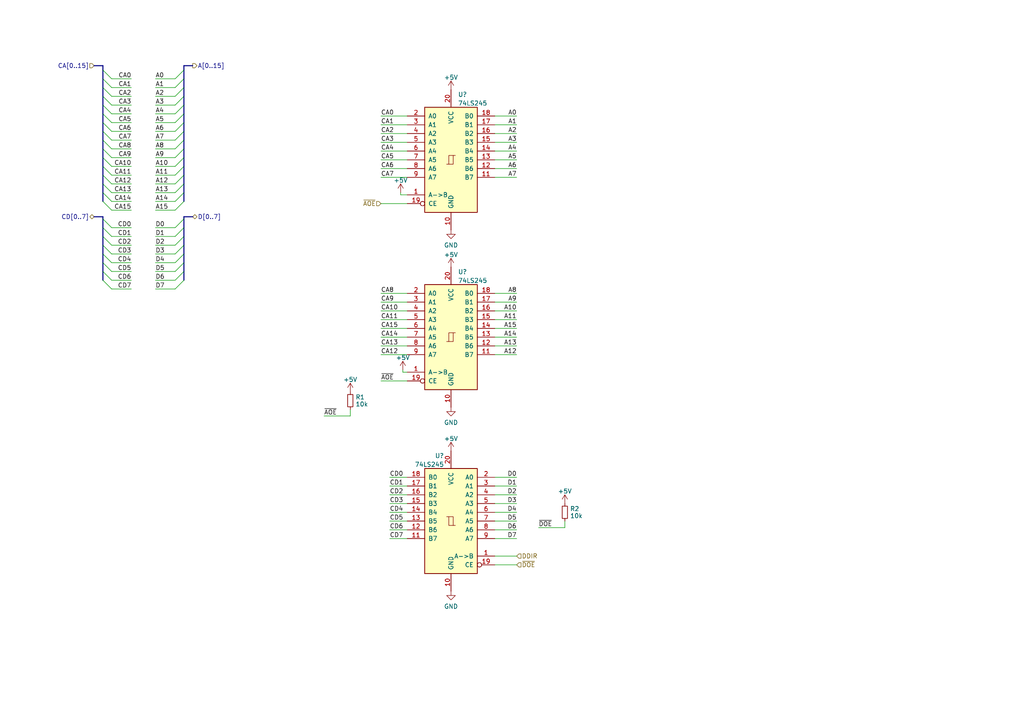
<source format=kicad_sch>
(kicad_sch (version 20230121) (generator eeschema)
  (paper "A4")
  (lib_symbols
    (symbol "74xx:74LS245" (pin_names (offset 1.016))
      (property "Reference" "U" (at -7.62 16.51 0))
      (property "Value" "74LS245" (at -7.62 -16.51 0))
      (symbol "74LS245_1_0"
        (polyline (pts (xy -0.635 -1.27) (xy -0.635 1.27) (xy 0.635 1.27)))
        (polyline (pts (xy -1.27 -1.27) (xy 0.635 -1.27) (xy 0.635 1.27) (xy 1.27 1.27)))
        (pin input line (at -12.7 -10.16 0) (length 5.08) (name "A->B") (number "1"))
        (pin power_in line (at 0 -20.32 90) (length 5.08) (name "GND") (number "10"))
        (pin tri_state line (at 12.7 -5.08 180) (length 5.08) (name "B7") (number "11"))
        (pin tri_state line (at 12.7 -2.54 180) (length 5.08) (name "B6") (number "12"))
        (pin tri_state line (at 12.7 0 180) (length 5.08) (name "B5") (number "13"))
        (pin tri_state line (at 12.7 2.54 180) (length 5.08) (name "B4") (number "14"))
        (pin tri_state line (at 12.7 5.08 180) (length 5.08) (name "B3") (number "15"))
        (pin tri_state line (at 12.7 7.62 180) (length 5.08) (name "B2") (number "16"))
        (pin tri_state line (at 12.7 10.16 180) (length 5.08) (name "B1") (number "17"))
        (pin tri_state line (at 12.7 12.7 180) (length 5.08) (name "B0") (number "18"))
        (pin input inverted (at -12.7 -12.7 0) (length 5.08) (name "CE") (number "19"))
        (pin tri_state line (at -12.7 12.7 0) (length 5.08) (name "A0") (number "2"))
        (pin power_in line (at 0 20.32 270) (length 5.08) (name "VCC") (number "20"))
        (pin tri_state line (at -12.7 10.16 0) (length 5.08) (name "A1") (number "3"))
        (pin tri_state line (at -12.7 7.62 0) (length 5.08) (name "A2") (number "4"))
        (pin tri_state line (at -12.7 5.08 0) (length 5.08) (name "A3") (number "5"))
        (pin tri_state line (at -12.7 2.54 0) (length 5.08) (name "A4") (number "6"))
        (pin tri_state line (at -12.7 0 0) (length 5.08) (name "A5") (number "7"))
        (pin tri_state line (at -12.7 -2.54 0) (length 5.08) (name "A6") (number "8"))
        (pin tri_state line (at -12.7 -5.08 0) (length 5.08) (name "A7") (number "9"))
      )
      (symbol "74LS245_1_1"
        (rectangle (start -7.62 15.24) (end 7.62 -15.24) (stroke (width 0.254)) (fill (type background)))
      )
    )
    (symbol "Device:R_Small" (pin_numbers hide) (pin_names (offset 0.254) hide)
      (property "Reference" "R" (at 0.762 0.508 0))
      (property "Value" "R_Small" (at 0.762 -1.016 0))
      (symbol "R_Small_0_1"
        (rectangle (start -0.762 1.778) (end 0.762 -1.778) (stroke (width 0.2032)))
      )
      (symbol "R_Small_1_1"
        (pin passive line (at 0 2.54 270) (length 0.762) (name "~") (number "1"))
        (pin passive line (at 0 -2.54 90) (length 0.762) (name "~") (number "2"))
      )
    )
    (symbol "power:+5V" (power) (pin_names (offset 0))
      (property "Value" "+5V" (at 0 3.556 0))
      (symbol "+5V_0_1"
        (polyline (pts (xy -0.762 1.27) (xy 0 2.54)))
        (polyline (pts (xy 0 0) (xy 0 2.54)))
        (polyline (pts (xy 0 2.54) (xy 0.762 1.27)))
      )
      (symbol "+5V_1_1"
        (pin power_in line (at 0 0 90) (length 0) hide (name "+5V") (number "1"))
      )
    )
    (symbol "power:GND" (power) (pin_names (offset 0))
      (property "Value" "GND" (at 0 -3.81 0))
      (symbol "GND_0_1"
        (polyline (pts (xy 0 0) (xy 0 -1.27) (xy 1.27 -1.27) (xy 0 -2.54) (xy -1.27 -1.27) (xy 0 -1.27)))
      )
      (symbol "GND_1_1"
        (pin power_in line (at 0 0 270) (length 0) hide (name "GND") (number "1"))
      )
    )
  )
  (bus_entry (at 53.34 22.86) (size -2.54 2.54))
  (bus_entry (at 53.34 53.34) (size -2.54 2.54))
  (bus_entry (at 53.34 25.4) (size -2.54 2.54))
  (bus_entry (at 53.34 43.18) (size -2.54 2.54))
  (bus_entry (at 29.845 53.34) (size 2.54 2.54))
  (bus_entry (at 29.845 22.86) (size 2.54 2.54))
  (bus_entry (at 29.845 45.72) (size 2.54 2.54))
  (bus_entry (at 29.845 27.94) (size 2.54 2.54))
  (bus_entry (at 29.845 76.2) (size 2.54 2.54))
  (bus_entry (at 29.845 30.48) (size 2.54 2.54))
  (bus_entry (at 29.845 58.42) (size 2.54 2.54))
  (bus_entry (at 29.845 71.12) (size 2.54 2.54))
  (bus_entry (at 29.845 73.66) (size 2.54 2.54))
  (bus_entry (at 29.845 55.88) (size 2.54 2.54))
  (bus_entry (at 29.845 78.74) (size 2.54 2.54))
  (bus_entry (at 53.34 40.64) (size -2.54 2.54))
  (bus_entry (at 53.34 55.88) (size -2.54 2.54))
  (bus_entry (at 53.34 63.5) (size -2.54 2.54))
  (bus_entry (at 29.845 63.5) (size 2.54 2.54))
  (bus_entry (at 29.845 50.8) (size 2.54 2.54))
  (bus_entry (at 53.34 30.48) (size -2.54 2.54))
  (bus_entry (at 29.845 48.26) (size 2.54 2.54))
  (bus_entry (at 53.34 38.1) (size -2.54 2.54))
  (bus_entry (at 53.34 45.72) (size -2.54 2.54))
  (bus_entry (at 53.34 33.02) (size -2.54 2.54))
  (bus_entry (at 53.34 58.42) (size -2.54 2.54))
  (bus_entry (at 53.34 35.56) (size -2.54 2.54))
  (bus_entry (at 53.34 20.32) (size -2.54 2.54))
  (bus_entry (at 29.845 81.28) (size 2.54 2.54))
  (bus_entry (at 29.845 66.04) (size 2.54 2.54))
  (bus_entry (at 29.845 68.58) (size 2.54 2.54))
  (bus_entry (at 53.34 66.04) (size -2.54 2.54))
  (bus_entry (at 53.34 50.8) (size -2.54 2.54))
  (bus_entry (at 29.845 38.1) (size 2.54 2.54))
  (bus_entry (at 29.845 43.18) (size 2.54 2.54))
  (bus_entry (at 29.845 25.4) (size 2.54 2.54))
  (bus_entry (at 53.34 27.94) (size -2.54 2.54))
  (bus_entry (at 53.34 71.12) (size -2.54 2.54))
  (bus_entry (at 53.34 48.26) (size -2.54 2.54))
  (bus_entry (at 53.34 78.74) (size -2.54 2.54))
  (bus_entry (at 29.845 35.56) (size 2.54 2.54))
  (bus_entry (at 53.34 81.28) (size -2.54 2.54))
  (bus_entry (at 29.845 20.32) (size 2.54 2.54))
  (bus_entry (at 53.34 76.2) (size -2.54 2.54))
  (bus_entry (at 29.845 40.64) (size 2.54 2.54))
  (bus_entry (at 53.34 68.58) (size -2.54 2.54))
  (bus_entry (at 29.845 33.02) (size 2.54 2.54))
  (bus_entry (at 53.34 73.66) (size -2.54 2.54))
  (wire (pts (xy 45.085 71.12) (xy 50.8 71.12)))
  (wire (pts (xy 143.51 95.25) (xy 149.86 95.25)))
  (wire (pts (xy 110.49 41.275) (xy 118.11 41.275)))
  (bus (pts (xy 29.845 50.8) (xy 29.845 48.26)))
  (bus (pts (xy 53.34 78.74) (xy 53.34 76.2)))
  (bus (pts (xy 29.845 48.26) (xy 29.845 45.72)))
  (wire (pts (xy 118.11 151.13) (xy 113.03 151.13)))
  (wire (pts (xy 110.49 90.17) (xy 118.11 90.17)))
  (bus (pts (xy 53.34 76.2) (xy 53.34 73.66)))
  (wire (pts (xy 45.085 83.82) (xy 50.8 83.82)))
  (wire (pts (xy 45.085 66.04) (xy 50.8 66.04)))
  (bus (pts (xy 53.34 33.02) (xy 53.34 30.48)))
  (wire (pts (xy 45.085 30.48) (xy 50.8 30.48)))
  (bus (pts (xy 53.34 38.1) (xy 53.34 35.56)))
  (wire (pts (xy 45.085 73.66) (xy 50.8 73.66)))
  (wire (pts (xy 143.51 43.815) (xy 149.86 43.815)))
  (bus (pts (xy 29.845 38.1) (xy 29.845 35.56)))
  (wire (pts (xy 110.49 48.895) (xy 118.11 48.895)))
  (wire (pts (xy 38.1 38.1) (xy 32.385 38.1)))
  (bus (pts (xy 53.34 30.48) (xy 53.34 27.94)))
  (wire (pts (xy 45.085 68.58) (xy 50.8 68.58)))
  (wire (pts (xy 93.98 120.65) (xy 101.6 120.65)))
  (wire (pts (xy 110.49 43.815) (xy 118.11 43.815)))
  (wire (pts (xy 45.085 27.94) (xy 50.8 27.94)))
  (wire (pts (xy 110.49 110.49) (xy 118.11 110.49)))
  (wire (pts (xy 38.1 76.2) (xy 32.385 76.2)))
  (wire (pts (xy 38.1 50.8) (xy 32.385 50.8)))
  (bus (pts (xy 53.34 45.72) (xy 53.34 43.18)))
  (wire (pts (xy 143.51 48.895) (xy 149.86 48.895)))
  (bus (pts (xy 29.845 73.66) (xy 29.845 71.12)))
  (wire (pts (xy 38.1 83.82) (xy 32.385 83.82)))
  (wire (pts (xy 38.1 30.48) (xy 32.385 30.48)))
  (wire (pts (xy 38.1 55.88) (xy 32.385 55.88)))
  (wire (pts (xy 38.1 73.66) (xy 32.385 73.66)))
  (wire (pts (xy 45.085 53.34) (xy 50.8 53.34)))
  (bus (pts (xy 53.34 22.86) (xy 53.34 20.32)))
  (bus (pts (xy 53.34 25.4) (xy 53.34 22.86)))
  (wire (pts (xy 110.49 33.655) (xy 118.11 33.655)))
  (wire (pts (xy 149.86 156.21) (xy 143.51 156.21)))
  (bus (pts (xy 53.34 27.94) (xy 53.34 25.4)))
  (wire (pts (xy 149.86 138.43) (xy 143.51 138.43)))
  (wire (pts (xy 45.085 60.96) (xy 50.8 60.96)))
  (bus (pts (xy 29.845 35.56) (xy 29.845 33.02)))
  (wire (pts (xy 38.1 35.56) (xy 32.385 35.56)))
  (wire (pts (xy 116.84 107.315) (xy 116.84 107.95)))
  (wire (pts (xy 45.085 25.4) (xy 50.8 25.4)))
  (bus (pts (xy 29.845 19.05) (xy 27.305 19.05)))
  (bus (pts (xy 53.34 20.32) (xy 53.34 19.05)))
  (wire (pts (xy 45.085 81.28) (xy 50.8 81.28)))
  (bus (pts (xy 29.845 62.865) (xy 27.305 62.865)))
  (wire (pts (xy 116.205 56.515) (xy 118.11 56.515)))
  (wire (pts (xy 118.11 138.43) (xy 113.03 138.43)))
  (bus (pts (xy 53.34 62.865) (xy 55.88 62.865)))
  (wire (pts (xy 110.49 51.435) (xy 118.11 51.435)))
  (bus (pts (xy 53.34 71.12) (xy 53.34 68.58)))
  (bus (pts (xy 29.845 30.48) (xy 29.845 27.94)))
  (wire (pts (xy 110.49 100.33) (xy 118.11 100.33)))
  (wire (pts (xy 45.085 22.86) (xy 50.8 22.86)))
  (bus (pts (xy 29.845 40.64) (xy 29.845 38.1)))
  (wire (pts (xy 143.51 87.63) (xy 149.86 87.63)))
  (wire (pts (xy 110.49 36.195) (xy 118.11 36.195)))
  (wire (pts (xy 38.1 60.96) (xy 32.385 60.96)))
  (wire (pts (xy 110.49 92.71) (xy 118.11 92.71)))
  (wire (pts (xy 45.085 35.56) (xy 50.8 35.56)))
  (wire (pts (xy 38.1 33.02) (xy 32.385 33.02)))
  (bus (pts (xy 53.34 50.8) (xy 53.34 48.26)))
  (wire (pts (xy 143.51 38.735) (xy 149.86 38.735)))
  (wire (pts (xy 38.1 48.26) (xy 32.385 48.26)))
  (wire (pts (xy 45.085 58.42) (xy 50.8 58.42)))
  (wire (pts (xy 143.51 51.435) (xy 149.86 51.435)))
  (bus (pts (xy 29.845 43.18) (xy 29.845 40.64)))
  (bus (pts (xy 29.845 53.34) (xy 29.845 50.8)))
  (bus (pts (xy 29.845 58.42) (xy 29.845 55.88)))
  (wire (pts (xy 116.84 107.95) (xy 118.11 107.95)))
  (wire (pts (xy 143.51 46.355) (xy 149.86 46.355)))
  (wire (pts (xy 45.085 50.8) (xy 50.8 50.8)))
  (wire (pts (xy 118.11 140.97) (xy 113.03 140.97)))
  (wire (pts (xy 38.1 22.86) (xy 32.385 22.86)))
  (wire (pts (xy 110.49 46.355) (xy 118.11 46.355)))
  (bus (pts (xy 53.34 68.58) (xy 53.34 66.04)))
  (bus (pts (xy 29.845 25.4) (xy 29.845 22.86)))
  (wire (pts (xy 143.51 90.17) (xy 149.86 90.17)))
  (bus (pts (xy 53.34 63.5) (xy 53.34 62.865)))
  (wire (pts (xy 118.11 146.05) (xy 113.03 146.05)))
  (bus (pts (xy 53.34 73.66) (xy 53.34 71.12)))
  (bus (pts (xy 29.845 22.86) (xy 29.845 20.32)))
  (bus (pts (xy 29.845 33.02) (xy 29.845 30.48)))
  (wire (pts (xy 143.51 41.275) (xy 149.86 41.275)))
  (bus (pts (xy 29.845 55.88) (xy 29.845 53.34)))
  (bus (pts (xy 29.845 20.32) (xy 29.845 19.05)))
  (bus (pts (xy 53.34 35.56) (xy 53.34 33.02)))
  (bus (pts (xy 29.845 68.58) (xy 29.845 66.04)))
  (wire (pts (xy 38.1 81.28) (xy 32.385 81.28)))
  (wire (pts (xy 38.1 25.4) (xy 32.385 25.4)))
  (wire (pts (xy 38.1 78.74) (xy 32.385 78.74)))
  (wire (pts (xy 38.1 71.12) (xy 32.385 71.12)))
  (wire (pts (xy 38.1 45.72) (xy 32.385 45.72)))
  (bus (pts (xy 53.34 19.05) (xy 55.88 19.05)))
  (bus (pts (xy 29.845 66.04) (xy 29.845 63.5)))
  (wire (pts (xy 45.085 40.64) (xy 50.8 40.64)))
  (wire (pts (xy 143.51 102.87) (xy 149.86 102.87)))
  (wire (pts (xy 45.085 48.26) (xy 50.8 48.26)))
  (wire (pts (xy 38.1 58.42) (xy 32.385 58.42)))
  (bus (pts (xy 53.34 58.42) (xy 53.34 55.88)))
  (wire (pts (xy 101.6 118.745) (xy 101.6 120.65)))
  (bus (pts (xy 29.845 63.5) (xy 29.845 62.865)))
  (wire (pts (xy 149.86 153.67) (xy 143.51 153.67)))
  (wire (pts (xy 149.86 148.59) (xy 143.51 148.59)))
  (wire (pts (xy 45.085 55.88) (xy 50.8 55.88)))
  (wire (pts (xy 38.1 68.58) (xy 32.385 68.58)))
  (bus (pts (xy 29.845 76.2) (xy 29.845 73.66)))
  (bus (pts (xy 53.34 81.28) (xy 53.34 78.74)))
  (wire (pts (xy 163.83 151.13) (xy 163.83 153.035)))
  (wire (pts (xy 45.085 78.74) (xy 50.8 78.74)))
  (bus (pts (xy 53.34 43.18) (xy 53.34 40.64)))
  (wire (pts (xy 45.085 76.2) (xy 50.8 76.2)))
  (bus (pts (xy 53.34 55.88) (xy 53.34 53.34)))
  (bus (pts (xy 29.845 45.72) (xy 29.845 43.18)))
  (wire (pts (xy 38.1 53.34) (xy 32.385 53.34)))
  (wire (pts (xy 38.1 43.18) (xy 32.385 43.18)))
  (wire (pts (xy 116.205 55.88) (xy 116.205 56.515)))
  (bus (pts (xy 29.845 71.12) (xy 29.845 68.58)))
  (wire (pts (xy 149.86 163.83) (xy 143.51 163.83)))
  (wire (pts (xy 110.49 87.63) (xy 118.11 87.63)))
  (bus (pts (xy 29.845 27.94) (xy 29.845 25.4)))
  (wire (pts (xy 143.51 100.33) (xy 149.86 100.33)))
  (wire (pts (xy 143.51 92.71) (xy 149.86 92.71)))
  (wire (pts (xy 45.085 38.1) (xy 50.8 38.1)))
  (wire (pts (xy 156.21 153.035) (xy 163.83 153.035)))
  (wire (pts (xy 118.11 148.59) (xy 113.03 148.59)))
  (wire (pts (xy 143.51 36.195) (xy 149.86 36.195)))
  (bus (pts (xy 53.34 53.34) (xy 53.34 50.8)))
  (wire (pts (xy 149.86 140.97) (xy 143.51 140.97)))
  (wire (pts (xy 110.49 85.09) (xy 118.11 85.09)))
  (wire (pts (xy 118.11 153.67) (xy 113.03 153.67)))
  (bus (pts (xy 53.34 40.64) (xy 53.34 38.1)))
  (wire (pts (xy 110.49 102.87) (xy 118.11 102.87)))
  (wire (pts (xy 110.49 97.79) (xy 118.11 97.79)))
  (wire (pts (xy 110.49 59.055) (xy 118.11 59.055)))
  (bus (pts (xy 29.845 81.28) (xy 29.845 78.74)))
  (wire (pts (xy 118.11 156.21) (xy 113.03 156.21)))
  (wire (pts (xy 143.51 33.655) (xy 149.86 33.655)))
  (wire (pts (xy 110.49 95.25) (xy 118.11 95.25)))
  (wire (pts (xy 143.51 97.79) (xy 149.86 97.79)))
  (wire (pts (xy 38.1 27.94) (xy 32.385 27.94)))
  (wire (pts (xy 45.085 45.72) (xy 50.8 45.72)))
  (wire (pts (xy 149.86 151.13) (xy 143.51 151.13)))
  (bus (pts (xy 29.845 78.74) (xy 29.845 76.2)))
  (wire (pts (xy 118.11 143.51) (xy 113.03 143.51)))
  (wire (pts (xy 45.085 43.18) (xy 50.8 43.18)))
  (wire (pts (xy 143.51 85.09) (xy 149.86 85.09)))
  (wire (pts (xy 149.86 143.51) (xy 143.51 143.51)))
  (wire (pts (xy 38.1 66.04) (xy 32.385 66.04)))
  (wire (pts (xy 149.86 146.05) (xy 143.51 146.05)))
  (bus (pts (xy 53.34 66.04) (xy 53.34 63.5)))
  (wire (pts (xy 38.1 40.64) (xy 32.385 40.64)))
  (bus (pts (xy 53.34 48.26) (xy 53.34 45.72)))
  (wire (pts (xy 45.085 33.02) (xy 50.8 33.02)))
  (wire (pts (xy 149.86 161.29) (xy 143.51 161.29)))
  (wire (pts (xy 110.49 38.735) (xy 118.11 38.735)))
  (label "CA9" (at 110.49 87.63 0))
  (label "CA8" (at 38.1 43.18 180))
  (label "A5" (at 45.085 35.56 0))
  (label "CD2" (at 38.1 71.12 180))
  (label "D2" (at 45.085 71.12 0))
  (label "A14" (at 45.085 58.42 0))
  (label "A11" (at 45.085 50.8 0))
  (label "CD3" (at 113.03 146.05 0))
  (label "CD3" (at 38.1 73.66 180))
  (label "D4" (at 149.86 148.59 180))
  (label "CD6" (at 38.1 81.28 180))
  (label "A14" (at 149.86 97.79 180))
  (label "A2" (at 45.085 27.94 0))
  (label "A7" (at 45.085 40.64 0))
  (label "A15" (at 45.085 60.96 0))
  (label "CA5" (at 110.49 46.355 0))
  (label "D3" (at 45.085 73.66 0))
  (label "CA3" (at 110.49 41.275 0))
  (label "A13" (at 149.86 100.33 180))
  (label "D5" (at 45.085 78.74 0))
  (label "A1" (at 45.085 25.4 0))
  (label "D2" (at 149.86 143.51 180))
  (label "A8" (at 45.085 43.18 0))
  (label "A8" (at 149.86 85.09 180))
  (label "CA2" (at 38.1 27.94 180))
  (label "CD0" (at 38.1 66.04 180))
  (label "D0" (at 149.86 138.43 180))
  (label "CD2" (at 113.03 143.51 0))
  (label "D6" (at 149.86 153.67 180))
  (label "CD6" (at 113.03 153.67 0))
  (label "CA1" (at 38.1 25.4 180))
  (label "A9" (at 149.86 87.63 180))
  (label "A5" (at 149.86 46.355 180))
  (label "CA8" (at 110.49 85.09 0))
  (label "CD7" (at 113.03 156.21 0))
  (label "D1" (at 45.085 68.58 0))
  (label "CA1" (at 110.49 36.195 0))
  (label "D7" (at 149.86 156.21 180))
  (label "CD7" (at 38.1 83.82 180))
  (label "A4" (at 45.085 33.02 0))
  (label "D0" (at 45.085 66.04 0))
  (label "D6" (at 45.085 81.28 0))
  (label "CA6" (at 110.49 48.895 0))
  (label "CA7" (at 110.49 51.435 0))
  (label "A7" (at 149.86 51.435 180))
  (label "CA14" (at 38.1 58.42 180))
  (label "CD4" (at 38.1 76.2 180))
  (label "A6" (at 149.86 48.895 180))
  (label "A6" (at 45.085 38.1 0))
  (label "CA10" (at 110.49 90.17 0))
  (label "CA5" (at 38.1 35.56 180))
  (label "CD0" (at 113.03 138.43 0))
  (label "CD1" (at 113.03 140.97 0))
  (label "CA9" (at 38.1 45.72 180))
  (label "CD4" (at 113.03 148.59 0))
  (label "A9" (at 45.085 45.72 0))
  (label "CD1" (at 38.1 68.58 180))
  (label "CA10" (at 38.1 48.26 180))
  (label "A1" (at 149.86 36.195 180))
  (label "A12" (at 45.085 53.34 0))
  (label "~{AOE}" (at 110.49 110.49 0))
  (label "A10" (at 149.86 90.17 180))
  (label "CA4" (at 38.1 33.02 180))
  (label "CA12" (at 38.1 53.34 180))
  (label "D7" (at 45.085 83.82 0))
  (label "A12" (at 149.86 102.87 180))
  (label "A4" (at 149.86 43.815 180))
  (label "CA12" (at 110.49 102.87 0))
  (label "CA11" (at 110.49 92.71 0))
  (label "CA2" (at 110.49 38.735 0))
  (label "A3" (at 45.085 30.48 0))
  (label "A2" (at 149.86 38.735 180))
  (label "CA3" (at 38.1 30.48 180))
  (label "A10" (at 45.085 48.26 0))
  (label "CA6" (at 38.1 38.1 180))
  (label "A15" (at 149.86 95.25 180))
  (label "CA0" (at 38.1 22.86 180))
  (label "D4" (at 45.085 76.2 0))
  (label "D3" (at 149.86 146.05 180))
  (label "CA14" (at 110.49 97.79 0))
  (label "D5" (at 149.86 151.13 180))
  (label "A3" (at 149.86 41.275 180))
  (label "~{AOE}" (at 93.98 120.65 0))
  (label "A13" (at 45.085 55.88 0))
  (label "A0" (at 45.085 22.86 0))
  (label "CA15" (at 110.49 95.25 0))
  (label "A11" (at 149.86 92.71 180))
  (label "A0" (at 149.86 33.655 180))
  (label "CD5" (at 113.03 151.13 0))
  (label "CA4" (at 110.49 43.815 0))
  (label "~{DOE}" (at 156.21 153.035 0))
  (label "CD5" (at 38.1 78.74 180))
  (label "D1" (at 149.86 140.97 180))
  (label "CA13" (at 38.1 55.88 180))
  (label "CA11" (at 38.1 50.8 180))
  (label "CA7" (at 38.1 40.64 180))
  (label "CA0" (at 110.49 33.655 0))
  (label "CA15" (at 38.1 60.96 180))
  (label "CA13" (at 110.49 100.33 0))
  (hierarchical_label "DDIR" (shape input) (at 149.86 161.29 0))
  (hierarchical_label "CD[0..7]" (shape bidirectional) (at 27.305 62.865 180))
  (hierarchical_label "D[0..7]" (shape bidirectional) (at 55.88 62.865 0))
  (hierarchical_label "A[0..15]" (shape output) (at 55.88 19.05 0))
  (hierarchical_label "~{AOE}" (shape input) (at 110.49 59.055 180))
  (hierarchical_label "~{DOE}" (shape input) (at 149.86 163.83 0))
  (hierarchical_label "CA[0..15]" (shape input) (at 27.305 19.05 180))
  (symbol (lib_id "power:+5V") (at 116.84 107.315 0) (unit 1)
    (property "Reference" "#PWR?" (effects hide))
    (property "Value" "+5V" (at 116.84 103.7392 0))
    (instances (project "empty_board_w_cpld" (path "" (reference "#PWR?") (unit 1)) (path "" (reference "#PWR013") (unit 1))))
  )
  (symbol (lib_id "Device:R_Small") (at 163.83 148.59 0) (unit 1)
    (property "Reference" "R2" (at 165.3286 147.566 0) (effects (justify left)))
    (property "Value" "10k" (at 165.3286 149.614 0) (effects (justify left)))
    (property "Footprint" "Resistor_SMD:R_1206_3216Metric_Pad1.30x1.75mm_HandSolder" (effects hide))
  )
  (symbol (lib_id "power:GND") (at 130.81 118.11 0) (unit 1)
    (property "Reference" "#PWR?" (effects hide))
    (property "Value" "GND" (at 130.81 122.5534 0))
    (instances (project "empty_board_w_cpld" (path "" (reference "#PWR?") (unit 1)) (path "" (reference "#PWR015") (unit 1))))
  )
  (symbol (lib_id "power:+5V") (at 163.83 146.05 0) (unit 1)
    (property "Reference" "#PWR?" (effects hide))
    (property "Value" "+5V" (at 163.83 142.4742 0))
    (instances (project "empty_board_w_cpld" (path "" (reference "#PWR?") (unit 1)) (path "" (reference "#PWR017") (unit 1))))
  )
  (symbol (lib_id "power:GND") (at 130.81 66.675 0) (unit 1)
    (property "Reference" "#PWR?" (effects hide))
    (property "Value" "GND" (at 130.81 71.1184 0))
    (instances (project "empty_board_w_cpld" (path "" (reference "#PWR?") (unit 1)) (path "" (reference "#PWR011") (unit 1))))
  )
  (symbol (lib_id "Device:R_Small") (at 101.6 116.205 0) (unit 1)
    (property "Reference" "R1" (at 103.0986 115.181 0) (effects (justify left)))
    (property "Value" "10k" (at 103.0986 117.229 0) (effects (justify left)))
    (property "Footprint" "Resistor_SMD:R_1206_3216Metric_Pad1.30x1.75mm_HandSolder" (effects hide))
  )
  (symbol (lib_id "power:+5V") (at 130.81 77.47 0) (unit 1)
    (property "Reference" "#PWR?" (effects hide))
    (property "Value" "+5V" (at 130.81 73.8942 0))
    (instances (project "empty_board_w_cpld" (path "" (reference "#PWR?") (unit 1)) (path "" (reference "#PWR012") (unit 1))))
  )
  (symbol (lib_id "74xx:74LS245") (at 130.81 97.79 0) (unit 1)
    (property "Reference" "U?" (at 132.8294 78.8502 0) (effects (justify left)))
    (property "Value" "74LS245" (at 132.8294 81.3871 0) (effects (justify left)))
    (property "Footprint" "Package_DIP:DIP-20_W7.62mm_Socket_LongPads" (effects hide))
    (property "Datasheet" "http://www.ti.com/lit/gpn/sn74LS245" (effects hide))
    (instances (project "empty_board_w_cpld" (path "" (reference "U?") (unit 1)) (path "" (reference "U3") (unit 1))))
  )
  (symbol (lib_id "74xx:74LS245") (at 130.81 46.355 0) (unit 1)
    (property "Reference" "U?" (at 132.8294 27.4152 0) (effects (justify left)))
    (property "Value" "74LS245" (at 132.8294 29.9521 0) (effects (justify left)))
    (property "Footprint" "Package_DIP:DIP-20_W7.62mm_Socket_LongPads" (effects hide))
    (property "Datasheet" "http://www.ti.com/lit/gpn/sn74LS245" (effects hide))
    (instances (project "empty_board_w_cpld" (path "" (reference "U?") (unit 1)) (path "" (reference "U2") (unit 1))))
  )
  (symbol (lib_id "power:+5V") (at 130.81 26.035 0) (unit 1)
    (property "Reference" "#PWR?" (effects hide))
    (property "Value" "+5V" (at 130.81 22.4592 0))
    (instances (project "empty_board_w_cpld" (path "" (reference "#PWR?") (unit 1)) (path "" (reference "#PWR09") (unit 1))))
  )
  (symbol (lib_id "74xx:74LS245") (at 130.81 151.13 0) (mirror y) (unit 1)
    (property "Reference" "U?" (at 128.7906 132.1902 0) (effects (justify left)))
    (property "Value" "74LS245" (at 128.7906 134.7271 0) (effects (justify left)))
    (property "Footprint" "Package_DIP:DIP-20_W7.62mm_Socket_LongPads" (effects hide))
    (property "Datasheet" "http://www.ti.com/lit/gpn/sn74LS245" (effects hide))
    (instances (project "empty_board_w_cpld" (path "" (reference "U?") (unit 1)) (path "" (reference "U4") (unit 1))))
  )
  (symbol (lib_id "power:GND") (at 130.81 171.45 0) (mirror y) (unit 1)
    (property "Reference" "#PWR?" (effects hide))
    (property "Value" "GND" (at 130.81 175.8934 0))
    (instances (project "empty_board_w_cpld" (path "" (reference "#PWR?") (unit 1)) (path "" (reference "#PWR018") (unit 1))))
  )
  (symbol (lib_id "power:+5V") (at 130.81 130.81 0) (mirror y) (unit 1)
    (property "Reference" "#PWR?" (effects hide))
    (property "Value" "+5V" (at 130.81 127.2342 0))
    (instances (project "empty_board_w_cpld" (path "" (reference "#PWR?") (unit 1)) (path "" (reference "#PWR016") (unit 1))))
  )
  (symbol (lib_id "power:+5V") (at 101.6 113.665 0) (unit 1)
    (property "Reference" "#PWR?" (effects hide))
    (property "Value" "+5V" (at 101.6 110.0892 0))
    (instances (project "empty_board_w_cpld" (path "" (reference "#PWR?") (unit 1)) (path "" (reference "#PWR014") (unit 1))))
  )
  (symbol (lib_id "power:+5V") (at 116.205 55.88 0) (unit 1)
    (property "Reference" "#PWR?" (effects hide))
    (property "Value" "+5V" (at 116.205 52.3042 0))
    (instances (project "empty_board_w_cpld" (path "" (reference "#PWR?") (unit 1)) (path "" (reference "#PWR010") (unit 1))))
  )
)
</source>
